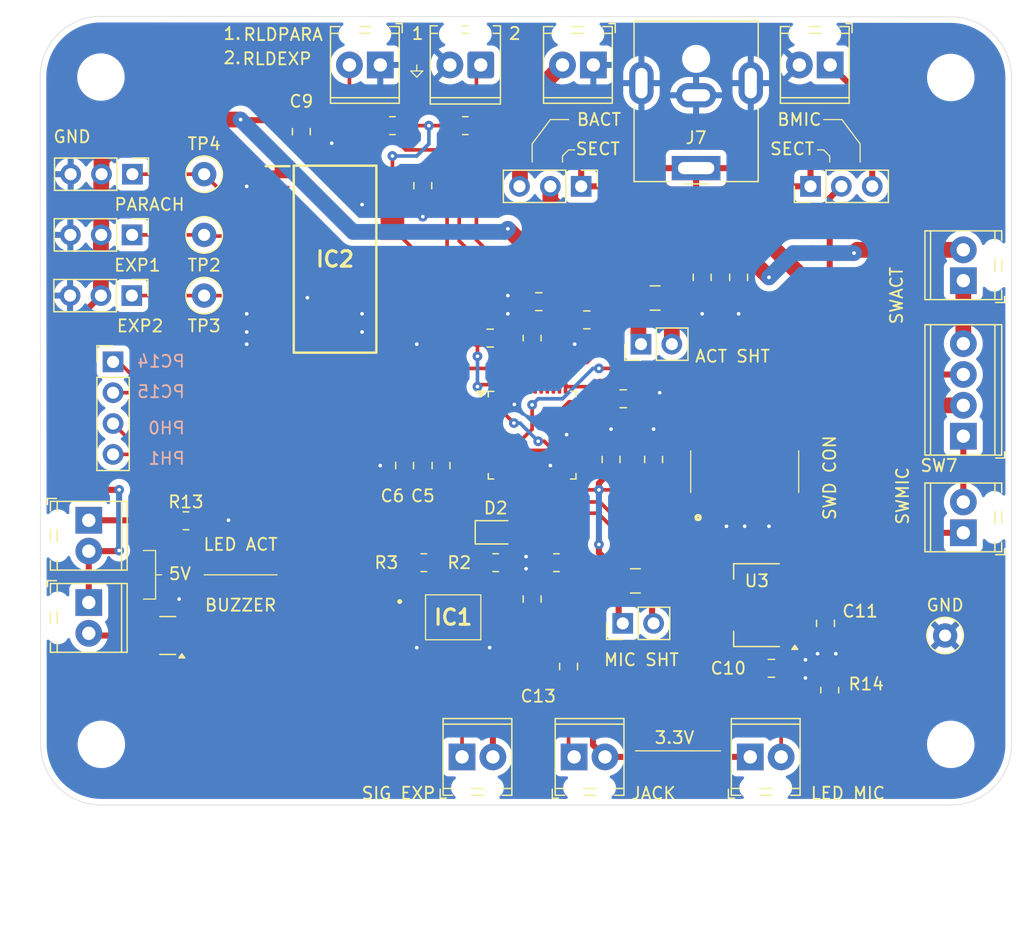
<source format=kicad_pcb>
(kicad_pcb (version 20241229) (generator "pcbnew") (generator_version "9.0")
  (layers (0 "F.Cu" signal) (2 "B.Cu" power) (13 "F.Paste" user) (15 "B.Paste" user) (5 "F.SilkS" user "F.Silkscreen") (7 "B.SilkS" user "B.Silkscreen") (1 "F.Mask" user) (3 "B.Mask" user) (25 "Edge.Cuts" user))
  (net 0 "")
  (net 1 "GND")
  (net 2 "+3.3V")
  (net 3 "+5V")
  (net 4 "Net-(SW3-A)")
  (net 5 "/LAUNCH_SIG")
  (net 6 "+3.3VEXP")
  (net 7 "/RLD_EXP")
  (net 8 "/RLD_PARA")
  (net 9 "Net-(D2-K)")
  (net 10 "/LED_SEQ")
  (net 11 "Net-(IC1-A)")
  (net 12 "Net-(IC1-VO)")
  (net 13 "/PWM1_EXP33")
  (net 14 "/PWM1_EXP5")
  (net 15 "/PWM_PARACHT5")
  (net 16 "/PWM2_EXP5")
  (net 17 "/PWM2_EXP33")
  (net 19 "/SWD_IO")
  (net 20 "/NRST")
  (net 21 "unconnected-(J1-Pad9)")
  (net 22 "/LPUART1_RX")
  (net 24 "/LPUART1_TX")
  (net 27 "/SWD_CLK")
  (net 28 "Net-(J3-Pin_1)")
  (net 29 "Net-(J3-Pin_2)")
  (net 30 "Net-(J4-Pin_2)")
  (net 31 "Net-(J4-Pin_1)")
  (net 32 "Net-(JP1-C)")
  (net 33 "VBATACT")
  (net 34 "VSECT5")
  (net 35 "Net-(JP2-C)")
  (net 36 "VBATMIC")
  (net 37 "Net-(LS1--)")
  (net 38 "/BUZZER")
  (net 39 "/EXP_START")
  (net 40 "Net-(U1-BOOT0)")
  (net 41 "Net-(U3-VO)")
  (net 42 "Net-(SW3-B)")
  (net 43 "Net-(SW6-B)")
  (net 44 "/SPI1_MISO")
  (net 46 "/ADC_IN1")
  (net 48 "/ADC_IN2")
  (net 49 "/SPI1_SCK")
  (net 52 "/SPI1_NSS")
  (net 55 "/SPI1_MOSI")
  (net 59 "/ADC_IN0")
  (net 60 "/PWM_PARACHT33")
  (net 61 "Net-(SW1-A)")
  (net 62 "Net-(D4-K)")
  (net 66 "Net-(D3-K)")
  (net 69 "/PH1")
  (net 70 "/PC14")
  (net 71 "/PH0")
  (net 72 "/PC15")
  (net 73 "Net-(SW6-A)")
  (footprint "Package_QFP:LQFP-48_7x7mm_P0.5mm" (layer "F.Cu") (at 134.5 78.5)
    (property "Reference" "U1" (hide yes))
    (property "Value" "STM32L010C6T6R")
  )
  (footprint "TestPoint:TestPoint_Loop_D1.80mm_Drill1.0mm_Beaded" (layer "F.Cu") (at 168.5 95)
    (property "Reference" "GND")
    (property "Value" "TestPoint" (hide yes))
  )
  (footprint "Capacitor_SMD:C_0805_2012Metric" (layer "F.Cu") (at 139 69)
    (property "Reference" "C23" (hide yes))
    (property "Value" "10n")
  )
  (footprint "Resistor_SMD:R_0805_2012Metric" (layer "F.Cu") (at 136.5 89)
    (property "Reference" "R11" (hide yes))
    (property "Value" "5.6k")
  )
  (footprint "Capacitor_SMD:C_0805_2012Metric" (layer "F.Cu") (at 124 81 90)
    (property "Reference" "C6")
    (property "Value" "1u")
  )
  (footprint "TerminalBlock_Phoenix:TerminalBlock_Phoenix_MPT-0,5-2-2.54_1x02_P2.54mm_Horizontal" (layer "F.Cu") (at 128.73 105)
    (property "Reference" "SIG EXP")
    (property "Value" "Conn_01x02_Pin" (hide yes))
  )
  (footprint "Connector_BarrelJack:BarrelJack_CUI_PJ-063AH_Horizontal" (layer "F.Cu") (at 148 56.5 180)
    (property "Reference" "J7")
    (property "Value" "Jack-DC")
  )
  (footprint "Capacitor_SMD:C_0805_2012Metric" (layer "F.Cu") (at 158.65 94 -90)
    (property "Reference" "C11")
    (property "Value" "100n")
  )
  (footprint "MountingHole:MountingHole_3.2mm_M3" (layer "F.Cu") (at 168.964466 103.964466)
    (property "Reference" "H3" (hide yes))
    (property "Value" "MountingHole")
  )
  (footprint "TerminalBlock_Phoenix:TerminalBlock_Phoenix_MPT-0,5-2-2.54_1x02_P2.54mm_Horizontal" (layer "F.Cu") (at 152.46 105)
    (property "Reference" "LED MIC")
    (property "Value" "GREEN")
  )
  (footprint "Connector_PinHeader_2.54mm:PinHeader_1x02_P2.54mm_Vertical" (layer "F.Cu") (at 141.96 94 90)
    (property "Reference" "MIC SHT")
    (property "Value" "Conn_01x02_Pin" (hide yes))
  )
  (footprint "Connector_PinHeader_2.54mm:PinHeader_1x03_P2.54mm_Vertical" (layer "F.Cu") (at 101.54 67 -90)
    (property "Reference" "EXP2")
    (property "Value" "SERVO-MOTOR" (hide yes))
  )
  (footprint "TerminalBlock_Phoenix:TerminalBlock_Phoenix_MPT-0,5-2-2.54_1x02_P2.54mm_Horizontal" (layer "F.Cu") (at 98 92.28 -90)
    (property "Reference" "BUZZER")
    (property "Value" "CMI-1210-90-SMT-TR")
  )
  (footprint "Resistor_SMD:R_0805_2012Metric" (layer "F.Cu") (at 129 53)
    (property "Reference" "R15" (hide yes))
    (property "Value" "5.6k")
  )
  (footprint "Capacitor_SMD:C_0805_2012Metric" (layer "F.Cu") (at 141 80.5 90)
    (property "Reference" "C3" (hide yes))
    (property "Value" "100n")
  )
  (footprint "Connector_PinHeader_2.54mm:PinHeader_1x04_P2.54mm_Vertical" (layer "F.Cu") (at 100 72.46)
    (property "Reference" "PC14-15" (hide yes))
    (property "Value" "Conn_01x04_Pin")
  )
  (footprint "Resistor_SMD:R_0805_2012Metric" (layer "F.Cu") (at 131.5 89)
    (property "Reference" "R2")
    (property "Value" "1k")
  )
  (footprint "Capacitor_SMD:C_0805_2012Metric" (layer "F.Cu") (at 135.05 67.5 180)
    (property "Reference" "C22" (hide yes))
    (property "Value" "10n")
  )
  (footprint "Resistor_SMD:R_0805_2012Metric" (layer "F.Cu") (at 106 85.55)
    (property "Reference" "R13")
    (property "Value" "1k")
  )
  (footprint "Resistor_SMD:R_Shunt_Ohmite_LVK12" (layer "F.Cu") (at 143 90.5 -90)
    (property "Reference" "R12" (hide yes))
    (property "Value" "R_Shunt" (hide yes))
  )
  (footprint "Capacitor_SMD:C_0805_2012Metric" (layer "F.Cu") (at 127 81 90)
    (property "Reference" "C5")
    (property "Value" "10n")
  )
  (footprint "TestPoint:TestPoint_Loop_D1.80mm_Drill1.0mm_Beaded" (layer "F.Cu") (at 107.5 62)
    (property "Reference" "TP2")
    (property "Value" "TestPoint")
  )
  (footprint "TerminalBlock_Phoenix:TerminalBlock_Phoenix_MPT-0,5-2-2.54_1x02_P2.54mm_Horizontal" (layer "F.Cu") (at 170 65.77 90)
    (property "Reference" "SWACT")
    (property "Value" "INTER_ACT")
  )
  (footprint "TerminalBlock_Phoenix:TerminalBlock_Phoenix_MPT-0,5-2-2.54_1x02_P2.54mm_Horizontal" (layer "F.Cu") (at 139.54 48 180)
    (property "Reference" "BACT")
    (property "Value" "Conn_01x02_Pin")
  )
  (footprint "Capacitor_SMD:C_0805_2012Metric" (layer "F.Cu") (at 134.5 92 90)
    (property "Reference" "C14" (hide yes))
    (property "Value" "0.1u")
  )
  (footprint "Capacitor_SMD:C_0805_2012Metric" (layer "F.Cu") (at 148.5 65.5 -90)
    (property "Reference" "C12" (hide yes))
    (property "Value" "10u")
  )
  (footprint "Capacitor_SMD:C_0805_2012Metric" (layer "F.Cu") (at 125.5 57.95 -90)
    (property "Reference" "C7" (hide yes))
    (property "Value" "0.1u")
  )
  (footprint "Capacitor_SMD:C_0805_2012Metric" (layer "F.Cu") (at 137.5 97.55 90)
    (property "Reference" "C13")
    (property "Value" "10n")
  )
  (footprint "Connector_PinHeader_2.54mm:PinHeader_1x03_P2.54mm_Vertical" (layer "F.Cu") (at 101.565 62 -90)
    (property "Reference" "EXP1")
    (property "Value" "SERVO-MOTOR" (hide yes))
  )
  (footprint "Capacitor_SMD:C_0805_2012Metric" (layer "F.Cu") (at 154.2 97.7)
    (property "Reference" "C10")
    (property "Value" "10u")
  )
  (footprint "MountingHole:MountingHole_3.2mm_M3" (layer "F.Cu") (at 99 49)
    (property "Reference" "H1" (hide yes))
    (property "Value" "MountingHole")
  )
  (footprint "Capacitor_SMD:C_0805_2012Metric" (layer "F.Cu") (at 142 75.5)
    (property "Reference" "C1" (hide yes))
    (property "Value" "100n")
  )
  (footprint "Connector_PinHeader_2.54mm:PinHeader_1x03_P2.54mm_Vertical" (layer "F.Cu") (at 138.54 58 -90)
    (property "Reference" "JP1" (hide yes))
    (property "Value" "Jumper_3_Bridged12")
  )
  (footprint "TestPoint:TestPoint_Loop_D1.80mm_Drill1.0mm_Beaded" (layer "F.Cu") (at 107.5 67)
    (property "Reference" "TP3")
    (property "Value" "TestPoint")
  )
  (footprint "Connector_PinHeader_2.54mm:PinHeader_1x03_P2.54mm_Vertical" (layer "F.Cu") (at 101.59 57 -90)
    (property "Reference" "PARACH")
    (property "Value" "SERVO-MOTOR" (hide yes))
  )
  (footprint "Capacitor_SMD:C_0805_2012Metric" (layer "F.Cu") (at 151.5 65.5 -90)
    (property "Reference" "C16" (hide yes))
    (property "Value" "100n")
  )
  (footprint "Connector_PinHeader_2.54mm:PinHeader_1x03_P2.54mm_Vertical" (layer "F.Cu") (at 157.42 58 90)
    (property "Reference" "JP2" (hide yes))
    (property "Value" "Jumper_3_Bridged12")
  )
  (footprint "TerminalBlock_Phoenix:TerminalBlock_Phoenix_MPT-0,5-2-2.54_1x02_P2.54mm_Horizontal" (layer "F.Cu") (at 98 85.51 -90)
    (property "Reference" "LED ACT")
    (property "Value" "GREEN")
  )
  (footprint "TerminalBlock_Phoenix:TerminalBlock_Phoenix_MPT-0,5-2-2.54_1x02_P2.54mm_Horizontal" (layer "F.Cu") (at 159.04 48 180)
    (property "Reference" "BMIC")
    (property "Value" "Conn_01x02_Pin")
  )
  (footprint "Resistor_SMD:R_0805_2012Metric" (layer "F.Cu") (at 134.5 70.5 -90)
    (property "Reference" "R7" (hide yes))
    (property "Value" "10k")
  )
  (footprint "Package_TO_SOT_SMD:SOT-23" (layer "F.Cu") (at 104.5 95 180)
    (property "Reference" "Q1" (hide yes))
    (property "Value" "BS170F")
  )
  (footprint "ISA LIB:TLX9310" (layer "F.Cu") (at 128 93.5)
    (property "Reference" "IC1")
    (property "Value" "TLX9310_TPL,F" (hide yes))
  )
  (footprint "LED_SMD:LED_0805_2012Metric" (layer "F.Cu") (at 131.5 86.5)
    (property "Reference" "D2")
    (property "Value" "GREEN")
  )
  (footprint "TerminalBlock_Phoenix:TerminalBlock_Phoenix_MPT-0,5-2-2.54_1x02_P2.54mm_Horizontal" (layer "F.Cu") (at 137.96 105)
    (property "Reference" "JACK")
    (property "Value" "PRISE JACK")
  )
  (footprint "TestPoint:TestPoint_Loop_D1.80mm_Drill1.0mm_Beaded" (layer "F.Cu") (at 107.5 57)
    (property "Reference" "TP4")
    (property "Value" "TestPoint")
  )
  (footprint "Package_TO_SOT_SMD:SOT-223-3_TabPin2" (layer "F.Cu") (at 153 92.5 180)
    (property "Reference" "U3")
    (property "Value" "LD1117S33TR_SOT223")
  )
  (footprint "Resistor_SMD:R_0805_2012Metric" (layer "F.Cu") (at 123 53 180)
    (property "Reference" "R10" (hide yes))
    (property "Value" "5.6k")
  )
  (footprint "Capacitor_SMD:C_0805_2012Metric" (layer "F.Cu") (at 115.5 53.5 -90)
    (property "Reference" "C9")
    (property "Value" "0.1u")
  )
  (footprint "ISA LIB:FTSH-107-XX-YYY-DV-K-A" (layer "F.Cu") (at 152 81.5)
    (property "Reference" "SWD CON")
    (property "Value" "FTSH-107-01-L-DV-K-A" (hide yes))
  )
  (footprint "TerminalBlock_Phoenix:TerminalBlock_Phoenix_MPT-0,5-2-2.54_1x02_P2.54mm_Horizontal" (layer "F.Cu") (at 122 48 180)
    (property "Reference" "RLDPARA")
    (property "Value" "BP2")
  )
  (footprint "MountingHole:MountingHole_3.2mm_M3" (layer "F.Cu") (at 168.964466 49.035534)
    (property "Reference" "H2" (hide yes))
    (property "Value" "MountingHole")
  )
  (footprint "Capacitor_SMD:C_0805_2012Metric" (layer "F.Cu") (at 144.5 80.5 90)
    (property "Reference" "C4" (hide yes))
    (property "Value" "10u")
  )
  (footprint "TerminalBlock_Phoenix:TerminalBlock_Phoenix_MPT-0,5-4-2.54_1x04_P2.54mm_Horizontal" (layer "F.Cu") (at 170 78.58 90)
    (property "Reference" "SW7")
    (property "Value" "INTER_GENERAL")
  )
  (footprint "ISA LIB:SN74LVC4345ADW" (layer "F.Cu") (at 118.275 64)
    (property "Reference" "IC2")
    (property "Value" "SN74LVC4245ADW" (hide yes))
  )
  (footprint "Resistor_SMD:R_0805_2012Metric" (layer "F.Cu") (at 125.5875 89 180)
    (property "Reference" "R3")
    (property "Value" "430")
  )
  (footprint "Capacitor_SMD:C_0805_2012Metric" (layer "F.Cu") (at 131.05 70.5)
    (property "Reference" "C2" (hide yes))
    (property "Value" "100n")
  )
  (footprint "MountingHole:MountingHole_3.2mm_M3" (layer "F.Cu") (at 99.035534 103.964466)
    (property "Reference" "H4" (hide yes))
    (property "Value" "MountingHole")
  )
  (footprint "TerminalBlock_Phoenix:TerminalBlock_Phoenix_MPT-0,5-2-2.54_1x02_P2.54mm_Horizontal" (layer "F.Cu") (at 130.27 48 180)
    (property "Reference" "RLDEXP")
    (property "Value" "BP1")
  )
  (footprint "Resistor_SMD:R_Shunt_Ohmite_LVK12" (layer "F.Cu") (at 144.625 67.2 -90)
    (property "Reference" "R8" (hide yes))
    (property "Value" "R_Shunt" (hide yes))
  )
  (footprint "Connector_PinHeader_2.54mm:PinHeader_1x02_P2.54mm_Vertical" (layer "F.Cu") (at 143.46 71 90)
    (property "Reference" "ACT SHT")
    (property "Value" "Conn_01x02_Pin" (hide yes))
  )
  (footprint "Resistor_SMD:R_0805_2012Metric" (layer "F.Cu") (at 159 99.5 90)
    (property "Reference" "R14")
    (property "Value" "1k")
  )
  (footprint "TerminalBlock_Phoenix:TerminalBlock_Phoenix_MPT-0,5-2-2.54_1x02_P2.54mm_Horizontal" (layer "F.Cu") (at 170 86.54 90)
    (property "Reference" "SWMIC")
    (property "Value" "INTER_MIC")
  )
  (gr_line (start 160 52.5) (end 161.5 54.5) (stroke (width 0.1)) (layer "F.SilkS"))
  (gr_line (start 103.5 88) (end 103.5 92) (stroke (width 0.1)) (layer "F.SilkS"))
  (gr_line (start 159 56) (end 159 55.5) (stroke (width 0.1)) (layer "F.SilkS"))
  (gr_line (start 107.5 90) (end 113.5 90) (stroke (width 0.1)) (layer "F.SilkS"))
  (gr_line (start 137 55.5) (end 137 56) (stroke (width 0.1)) (layer "F.SilkS"))
  (gr_line (start 161.5 54.5) (end 161.5 56) (stroke (width 0.1)) (layer "F.SilkS"))
  (gr_line (start 102.5 88) (end 103.5 88) (stroke (width 0.1)) (layer "F.SilkS"))
  (gr_line (start 138 55) (end 137.5 55) (stroke (width 0.1)) (layer "F.SilkS"))
  (gr_line (start 125 49) (end 125.5 48.5) (stroke (width 0.1)) (layer "F.SilkS"))
  (gr_line (start 124.5 48.5) (end 125 49) (stroke (width 0.1)) (layer "F.SilkS"))
  (gr_line (start 159 55.5) (end 158.5 55) (stroke (width 0.1)) (layer "F.SilkS"))
  (gr_line (start 137.5 55) (end 137 55.5) (stroke (width 0.1)) (layer "F.SilkS"))
  (gr_line (start 158.5 52.5) (end 160 52.5) (stroke (width 0.1)) (layer "F.SilkS"))
  (gr_line (start 125 48.5) (end 125 48) (stroke (width 0.1)) (layer "F.SilkS"))
  (gr_line (start 137.5 52.5) (end 136 52.5) (stroke (width 0.1)) (layer "F.SilkS"))
  (gr_line (start 158.5 55) (end 158 55) (stroke (width 0.1)) (layer "F.SilkS"))
  (gr_line (start 103.5 92) (end 102.5 92) (stroke (width 0.1)) (layer "F.SilkS"))
  (gr_line (start 136 52.5) (end 134.5 54.5) (stroke (width 0.1)) (layer "F.SilkS"))
  (gr_line (start 134.5 54.5) (end 134.5 56) (stroke (width 0.1)) (layer "F.SilkS"))
  (gr_line (start 124.5 48.5) (end 125.5 48.5) (stroke (width 0.1)) (layer "F.SilkS"))
  (gr_line (start 103.5 90) (end 104 90) (stroke (width 0.1)) (layer "F.SilkS"))
  (gr_line (start 143 104.5) (end 150 104.5) (stroke (width 0.1)) (layer "F.SilkS"))
  (gr_line (start 94 49) (end 94.035534 103.964466) (stroke (width 0.05)) (layer "Edge.Cuts"))
  (gr_line (start 168.964466 44.035534) (end 99 44) (stroke (width 0.05)) (layer "Edge.Cuts"))
  (gr_line (start 99.0355 108.964466) (end 168.9645 108.964466) (stroke (width 0.05)) (layer "Edge.Cuts"))
  (gr_arc (start 94 49) (mid 95.464466 45.464466) (end 99 44) (stroke (width 0.05)) (layer "Edge.Cuts"))
  (gr_line (start 173.964466 103.964466) (end 173.964466 49.035534) (stroke (width 0.05)) (layer "Edge.Cuts"))
  (gr_arc (start 168.964466 44.035534) (mid 172.5 45.5) (end 173.964466 49.035534) (stroke (width 0.05)) (layer "Edge.Cuts"))
  (gr_arc (start 173.964466 103.964466) (mid 172.5 107.5) (end 168.964466 108.964466) (stroke (width 0.05)) (layer "Edge.Cuts"))
  (gr_arc (start 99.035534 108.964466) (mid 95.5 107.5) (end 94.035534 103.964466) (stroke (width 0.05)) (layer "Edge.Cuts"))
  (gr_text "1.\n" (at 109 46 0) (layer "F.SilkS") (effects (font (size 1 1)) (justify left bottom)))
  (gr_text "SECT" (at 154 55.5 0) (layer "F.SilkS") (effects (font (size 1 1)) (justify left bottom)))
  (gr_text "SECT" (at 138 55.5 0) (layer "F.SilkS") (effects (font (size 1 1)) (justify left bottom)))
  (gr_text "GND\n" (at 95 54.5 0) (layer "F.SilkS") (effects (font (size 1 1)) (justify left bottom)))
  (gr_text "3.3V\n" (at 144.5 104 0) (layer "F.SilkS") (effects (font (size 1 1)) (justify left bottom)))
  (gr_text "1" (at 124.5 46 0) (layer "F.SilkS") (effects (font (size 1 1)) (justify left bottom)))
  (gr_text "2.\n" (at 109 48 0) (layer "F.SilkS") (effects (font (size 1 1)) (justify left bottom)))
  (gr_text "5V" (at 104.5 90.5 0) (layer "F.SilkS") (effects (font (size 1 1)) (justify left bottom)))
  (gr_text "2" (at 132.5 46 0) (layer "F.SilkS") (effects (font (size 1 1)) (justify left bottom)))
  (gr_text "PH0\n" (at 106 78.5 0) (layer "B.SilkS") (effects (font (size 1 1)) (justify left bottom mirror)))
  (gr_text "PH1\n" (at 106 81 0) (layer "B.SilkS") (effects (font (size 1 1)) (justify left bottom mirror)))
  (gr_text "PC14" (at 106 73 0) (layer "B.SilkS") (effects (font (size 1 1)) (justify left bottom mirror)))
  (gr_text "PC15" (at 106 75.5 0) (layer "B.SilkS") (effects (font (size 1 1)) (justify left bottom mirror)))
  (segment (start 115.5 54.45) (end 118 54.45) (width 0.3) (layer "F.Cu") (net 1))
  (segment (start 138.05 69) (end 138.05 70.95) (width 0.3) (layer "F.Cu") (net 1))
  (segment (start 136.75 81.75) (end 136.75 82.6625) (width 0.3) (layer "F.Cu") (net 1))
  (segment (start 125 71) (end 124.985 70.985) (width 0.3) (layer "F.Cu") (net 1))
  (segment (start 105.4375 94.05) (end 105.4375 92) (width 0.5) (layer "F.Cu") (net 1))
  (segment (start 152 83.535) (end 152 86) (width 0.3) (layer "F.Cu") (net 1))
  (segment (start 137.337917 76.662083) (end 137.75 76.25) (width 0.3) (layer "F.Cu") (net 1))
  (segment (start 137.337917 78.456417) (end 137.337917 76.662083) (width 0.3) (layer "F.Cu") (net 1))
  (segment (start 111.015 70.985) (end 111 71) (width 0.3) (layer "F.Cu") (net 1))
  (segment (start 125.5 58.9) (end 125.5 60.5) (width 0.3) (layer "F.Cu") (net 1))
  (segment (start 127 80.05) (end 127.45 80.05) (width 0.3) (layer "F.Cu") (net 1))
  (segment (start 154.54 85.46) (end 154 86) (width 0.3) (layer "F.Cu") (net 1))
  (segment (start 138.05 70.95) (end 138 71) (width 0.3) (layer "F.Cu") (net 1))
  (segment (start 141 79.55) (end 141 78) (width 0.5) (layer "F.Cu") (net 1))
  (segment (start 111.285 69.715) (end 111 70) (width 0.3) (layer "F.Cu") (net 1))
  (segment (start 133.03594 75.96406) (end 133.07188 76) (width 0.3) (layer "F.Cu") (net 1))
  (segment (start 127.45 80.05) (end 128.251 79.249) (width 0.3) (layer "F.Cu") (net 1))
  (segment (start 111.055 68.445) (end 113.55 68.445) (width 0.3) (layer "F.Cu") (net 1))
  (segment (start 144.5 79.55) (end 144.5 78) (width 0.5) (layer "F.Cu") (net 1))
  (segment (start 123 68.445) (end 120.555 68.445) (width 0.3) (layer "F.Cu") (net 1))
  (segment (start 123 59.555) (end 120.555 59.555) (width 0.3) (layer "F.Cu") (net 1))
  (segment (start 148.5 66.45) (end 148.5 68.5) (width 1.3) (layer "F.Cu") (net 1))
  (segment (start 130.3375 79.25) (end 128.252 79.25) (width 0.3) (layer "F.Cu") (net 1))
  (segment (start 123 69.715) (end 120.785 69.715) (width 0.3) (layer "F.Cu") (net 1))
  (segment (start 122 81) (end 122.95 80.05) (width 0.3) (layer "F.Cu") (net 1))
  (segment (start 151.5 66.45) (end 151.5 68.5) (width 1.3) (layer "F.Cu") (net 1))
  (segment (start 143.45 75) (end 145 75) (width 0.3) (layer "F.Cu") (net 1))
  (segment (start 132.25 74.3375) (end 132.25 75.17812) (width 0.3) (layer "F.Cu") (net 1))
  (segment (start 150.73 85.77) (end 150.5 86) (width 0.3) (layer "F.Cu") (net 1))
  (segment (start 154.54 83.535) (end 154.54 85.46) (width 0.3) (layer "F.Cu") (net 1))
  (segment (start 113.55 70.985) (end 111.015 70.985) (width 0.3) (layer "F.Cu") (net 1))
  (segment (start 137.75 76.25) (end 138.6625 76.25) (width 0.3) (layer "F.Cu") (net 1))
  (segment (start 116 67.175) (end 113.55 67.175) (width 0.3) (layer "F.Cu") (net 1))
  (segment (start 124.985 70.985) (end 123 70.985) (width 0.3) (layer "F.Cu") (net 1))
  (segment (start 127 80.05) (end 124 80.05) (width 0.3) (layer "F.Cu") (net 1))
  (segment (start 124.85 95.85) (end 125 96) (width 0.3) (layer "F.Cu") (net 1))
  (segment (start 131.15 95.85) (end 131 96) (width 0.3) (layer "F.Cu") (net 1))
  (segment (start 120.785 69.715) (end 120.5 70) (width 0.3) (layer "F.Cu") (net 1))
  (segment (start 113.55 58.285) (end 111.285 58.285) (width 0.3) (layer "F.Cu") (net 1))
  (segment (start 109.45 85.55) (end 109.5 85.5) (width 0.5) (layer "F.Cu") (net 1))
  (segment (start 120.555 68.445) (end 120.5 68.5) (width 0.3) (layer "F.Cu") (net 1))
  (segment (start 120.555 59.555) (end 120.5 59.5) (width 0.3) (layer "F.Cu") (net 1))
  (segment (start 142.95 75.5) (end 143.45 75) (width 0.3) (layer "F.Cu") (net 1))
  (segment (start 111.285 58.285) (end 111 58) (width 0.3) (layer "F.Cu") (net 1))
  (segment (start 124.85 94.77) (end 124.85 95.85) (width 0.3) (layer "F.Cu") (net 1))
  (segment (start 128.252 79.25) (end 128.251 79.249) (width 0.3) (layer "F.Cu") (net 1))
  (segment (start 131.15 94.77) (end 131.15 95.85) (width 0.3) (layer "F.Cu") (net 1))
  (segment (start 106.9125 85.55) (end 109.45 85.55) (width 0.5) (layer "F.Cu") (net 1))
  (segment (start 150.73 83.535) (end 150.73 85.77) (width 0.3) (layer "F.Cu") (net 1))
  (segment (start 111 68.5) (end 111.055 68.445) (width 0.3) (layer "F.Cu") (net 1))
  (segment (start 122.95 80.05) (end 124 80.05) (width 0.3) (layer "F.Cu") (net 1))
  (segment (start 113.55 69.715) (end 111.285 69.715) (width 0.3) (layer "F.Cu") (net 1))
  (segment (start 136 81) (end 136.75 81.75) (width 0.3) (layer "F.Cu") (net 1))
  (segment (start 132.25 75.17812) (end 133.03594 75.96406) (width 0.3) (layer "F.Cu") (net 1))
  (via (at 144.5 78) (size 0.8) (drill 0.3) (layers "F.Cu" "B.Cu") (net 1))
  (via (at 120.5 68.5) (size 0.8) (drill 0.3) (layers "F.Cu" "B.Cu") (net 1))
  (via (at 157 97) (size 0.8) (drill 0.3) (layers "F.Cu" "B.Cu") (net 1))
  (via (at 125 71) (size 0.8) (drill 0.3) (layers "F.Cu" "B.Cu") (net 1))
  (via (at 111 71) (size 0.8) (drill 0.3) (layers "F.Cu" "B.Cu") (net 1))
  (via (at 125.5 60.5) (size 0.8) (drill 0.3) (layers "F.Cu" "B.Cu") (net 1))
  (via (at 151.5 68.5) (size 0.8) (drill 0.3) (layers "F.Cu" "B.Cu") (net 1))
  (via (at 120.5 59.5) (size 0.8) (drill 0.3) (layers "F.Cu" "B.Cu") (net 1))
  (via (at 138 71) (size 0.8) (drill 0.3) (layers "F.Cu" "B.Cu") (net 1))
  (via (at 109.5 85.5) (size 0.8) (drill 0.3) (layers "F.Cu" "B.Cu") (net 1))
  (via (at 134 89.5) (size 0.8) (drill 0.3) (layers "F.Cu" "B.Cu") (net 1))
  (via (at 122 81) (size 0.8) (drill 0.3) (layers "F.Cu" "B.Cu") (net 1))
  (via (at 134 88.5) (size 0.8) (drill 0.3) (layers "F.Cu" "B.Cu") (net 1))
  (via (at 158 96.5) (size 0.8) (drill 0.3) (layers "F.Cu" "B.Cu") (net 1))
  (via (at 157 98.5) (size 0.8) (drill 0.3) (layers "F.Cu" "B.Cu") (net 1))
  (via (at 118 54.45) (size 0.8) (drill 0.3) (layers "F.Cu" "B.Cu") (net 1))
  (via (at 137.337917 78.456417) (size 0.8) (drill 0.3) (layers "F.Cu" "B.Cu") (net 1))
  (via (at 120.5 70) (size 0.8) (drill 0.3) (layers "F.Cu" "B.Cu") (net 1))
  (via (at 132.5 68.5) (size 0.8) (drill 0.3) (layers "F.Cu" "B.Cu") (net 1))
  (via (at 159.5 96.5) (size 0.8) (drill 0.3) (layers "F.Cu" "B.Cu") (net 1))
  (via (at 111 68.5) (size 0.8) (drill 0.3) (layers "F.Cu" "B.Cu") (net 1))
  (via (at 131 96) (size 0.8) (drill 0.3) (layers "F.Cu" "B.Cu") (net 1))
  (via (at 125 96) (size 0.8) (drill 0.3) (layers "F.Cu" "B.Cu") (net 1))
  (via (at 152 86) (size 0.8) (drill 0.3) (layers "F.Cu" "B.Cu") (net 1))
  (via (at 132.5 67) (size 0.8) (drill 0.3) (layers "F.Cu" "B.Cu") (net 1))
  (via (at 133.03594 75.96406) (size 0.8) (drill 0.3) (layers "F.Cu" "B.Cu") (net 1))
  (via (at 141 78) (size 0.8) (drill 0.3) (layers "F.Cu" "B.Cu") (net 1))
  (via (at 150.5 86) (size 0.8) (drill 0.3) (layers "F.Cu" "B.Cu") (net 1))
  (via (at 154 86) (size 0.8) (drill 0.3) (layers "F.Cu" "B.Cu") (net 1))
  (via (at 105.4375 92) (size 0.8) (drill 0.3) (layers "F.Cu" "B.Cu") (net 1))
  (via (at 145 75) (size 0.8) (drill 0.3) (layers "F.Cu" "B.Cu") (net 1))
  (via (at 111 58) (size 0.8) (drill 0.3) (layers "F.Cu" "B.Cu") (net 1))
  (via (at 116 67.175) (size 0.8) (drill 0.3) (layers "F.Cu" "B.Cu") (net 1))
  (via (at 136 81) (size 0.8) (drill 0.3) (layers "F.Cu" "B.Cu") (net 1))
  (via (at 111 70) (size 0.8) (drill 0.3) (layers "F.Cu" "B.Cu") (net 1))
  (via (at 148.5 68.5) (size 0.8) (drill 0.3) (layers "F.Cu" "B.Cu") (net 1))
  (segment (start 130.1 66.1) (end 130.1 70.5) (width 0.3) (layer "F.Cu") (net 2))
  (segment (start 140 88.175) (end 141.625 89.8) (width 0.5) (layer "F.Cu") (net 2))
  (segment (start 137.25 82.6625) (end 137.25 80.75) (width 0.3) (layer "F.Cu") (net 2))
  (segment (start 126.5 57) (end 127.5 58) (width 0.3) (layer "F.Cu") (net 2))
  (segment (start 141 83) (end 144 86) (width 0.3) (layer "F.Cu") (net 2))
  (segment (start 137.25 80.75) (end 136 79.5) (width 0.3) (layer "F.Cu") (net 2))
  (segment (start 137.5875 83) (end 137.25 82.6625) (width 0.3) (layer "F.Cu") (net 2))
  (segment (start 140 82.45) (end 141 81.45) (width 0.5) (layer "F.Cu") (net 2))
  (segment (start 127 81.95) (end 127 81.74688) (width 0.3) (layer "F.Cu") (net 2))
  (segment (start 139.511 90.987) (end 139.511 104.011) (width 0.5) (layer "F.Cu") (net 2))
  (segment (start 125.485 57.015) (end 125.5 57) (width 0.3) (layer "F.Cu") (net 2))
  (segment (start 127.5 63.5) (end 130.1 66.1) (width 0.3) (layer "F.Cu") (net 2))
  (segment (start 135.75 79.75) (end 136 79.5) (width 0.3) (layer "F.Cu") (net 2))
  (segment (start 125.5 57) (end 126.5 57) (width 0.3) (layer "F.Cu") (net 2))
  (segment (start 135.5 79) (end 136 79.5) (width 0.3) (layer "F.Cu") (net 2))
  (segment (start 149.46 84.732) (end 149.46 83.535) (width 0.3) (layer "F.Cu") (net 2))
  (segment (start 126 53) (end 128.0875 53) (width 0.3) (layer "F.Cu") (net 2))
  (segment (start 138.9125 75.5) (end 138.6625 75.75) (width 0.3) (layer "F.Cu") (net 2))
  (segment (start 131.75 76.25) (end 133 77.5) (width 0.3) (layer "F.Cu") (net 2))
  (segment (start 123 57.015) (end 123 55.5) (width 0.3) (layer "F.Cu") (net 2))
  (segment (start 140 83) (end 141 83) (width 0.3) (layer "F.Cu") (net 2))
  (segment (start 127.5 58) (end 127.5 63.5) (width 0.3) (layer "F.Cu") (net 2))
  (segment (start 127 81.95) (end 124 81.95) (width 0.3) (layer "F.Cu") (net 2))
  (segment (start 129.2 79.75) (end 127 81.95) (width 0.3) (layer "F.Cu") (net 2))
  (segment (start 126 53) (end 123.9125 53) (width 0.3) (layer "F.Cu") (net 2))
  (segment (start 144.5 81.45) (end 141 81.45) (width 0.5) (layer "F.Cu") (net 2))
  (segment (start 130.3375 79.75) (end 135.75 79.75) (width 0.3) (layer "F.Cu") (net 2))
  (segment (start 130 72) (end 130 70.6) (width 0.3) (layer "F.Cu") (net 2))
  (segment (start 130 70.6) (end 130.1 70.5) (width 0.3) (layer "F.Cu") (net 2))
  (segment (start 148.192 86) (end 149.46 84.732) (width 0.3) (layer "F.Cu") (net 2))
  (segment (start 140 83) (end 140 82.45) (width 0.5) (layer "F.Cu") (net 2))
  (segment (start 141.05 75.5) (end 138.9125 75.5) (width 0.3) (layer "F.Cu") (net 2))
  (segment (start 137.54148 75.75) (end 138.6625 75.75) (width 0.3) (layer "F.Cu") (net 2))
  (segment (start 140.5 105) (end 152.46 105) (width 0.5) (layer "F.Cu") (net 2))
  (segment (start 135 79) (end 135.5 79) (width 0.3) (layer "F.Cu") (net 2))
  (segment (start 140.698 89.8) (end 139.511 90.987) (width 0.5) (layer "F.Cu") (net 2))
  (segment (start 141.625 89.8) (end 140.698 89.8) (width 0.5) (layer "F.Cu") (net 2))
  (segment (start 140.8 75.75) (end 141.05 75.5) (width 0.3) (layer "F.Cu") (net 2))
  (segment (start 139.511 104.011) (end 140.5 105) (width 0.5) (layer "F.Cu") (net 2))
  (segment (start 140 83) (end 137.5875 83) (width 0.3) (layer "F.Cu") (net 2))
  (segment (start 130 71.1) (end 130.1 71) (width 0.3) (layer "F.Cu") (net 2))
  (segment (start 123 57.015) (end 125.485 57.015) (width 0.3) (layer "F.Cu") (net 2))
  (segment (start 131.75 74.3375) (end 130.1625 74.3375) (width 0.3) (layer "F.Cu") (net 2))
  (segment (start 136 79.5) (end 136 77.29148) (width 0.3) (layer "F.Cu") (net 2))
  (segment (start 144 86) (end 148.192 86) (width 0.3) (layer "F.Cu") (net 2))
  (segment (start 131.75 74.3375) (end 131.75 76.25) (width 0.3) (layer "F.Cu") (net 2))
  (segment (start 140 87.5) (end 140 88.175) (width 0.5) (layer "F.Cu") (net 2))
  (segment (start 123 58.285) (end 123 57.015) (width 0.3) (layer "F.Cu") (net 2))
  (segment (start 130.1625 74.3375) (end 130 74.5) (width 0.3) (layer "F.Cu") (net 2))
  (segment (start 136 77.29148) (end 137.54148 75.75) (width 0.3) (layer "F.Cu") (net 2))
  (segment (start 130.3375 79.75) (end 129.2 79.75) (width 0.3) (layer "F.Cu") (net 2))
  (via (at 130 72) (size 0.8) (drill 0.3) (layers "F.Cu" "B.Cu") (net 2))
  (via (at 123 55.5) (size 0.8) (drill 0.3) (layers "F.Cu" "B.Cu") (net 2))
  (via (at 130 74.5) (size 0.8) (drill 0.3) (layers "F.Cu" "B.Cu") (net 2))
  (via (at 126 53) (size 0.8) (drill 0.3) (layers "F.Cu" "B.Cu") (net 2))
  (via (at 135 79) (size 0.8) (drill 0.3) (layers "F.Cu" "B.Cu") (net 2))
  (via (at 140 87.5) (size 0.8) (drill 0.3) (layers "F.Cu" "B.Cu") (net 2))
  (via (at 140 83) (size 0.8) (drill 0.3) (layers "F.Cu" "B.Cu") (net 2))
  (via (at 133 77.5) (size 0.8) (drill 0.3) (layers "F.Cu" "B.Cu") (net 2))
  (segment (start 125 55.5) (end 126 54.5) (width 0.3) (layer "B.Cu") (net 2))
  (segment (start 140 87.5) (end 140 83) (width 0.5) (layer "B.Cu") (net 2))
  (segment (start 123 55.5) (end 125 55.5) (width 0.3) (layer "B.Cu") (net 2))
  (segment (start 133 77.5) (end 133.5 77.5) (width 0.3) (layer "B.Cu") (net 2))
  (segment (start 126 54.5) (end 126 53) (width 0.3) (layer "B.Cu") (net 2))
  (segment (start 130 74.5) (end 130 72) (width 0.3) (layer "B.Cu") (net 2))
  (segment (start 133.5 77.5) (end 135 79) (width 0.3) (layer "B.Cu") (net 2))
  (segment (start 98.05 88) (end 98 88.05) (width 0.5) (layer "F.Cu") (net 3))
  (segment (start 102.347919 52.5) (end 99.05 55.797919) (width 1.3) (layer "F.Cu") (net 3))
  (segment (start 110.5 52.5) (end 102.347919 52.5) (width 1.3) (layer "F.Cu") (net 3))
  (segment (start 99.025 62) (end 99.025 57.025) (width 1.3) (layer "F.Cu") (net 3))
  (segment (start 98 88.05) (end 100.45 88.05) (width 0.5) (layer "F.Cu") (net 3))
  (segment (start 111 52.5) (end 113.55 55.05) (width 0.5) (layer "F.Cu") (net 3))
  (segment (start 99 62.025) (end 99.025 62) (width 1.3) (layer "F.Cu") (net 3))
  (segment (start 115.5 52.55) (end 110.55 52.55) (width 0.5) (layer "F.Cu") (net 3))
  (segment (start 113.55 55.05) (end 113.55 57.015) (width 0.5) (layer "F.Cu") (net 3))
  (segment (start 114.95 52.5) (end 115 52.55) (width 0.5) (layer "F.Cu") (net 3))
  (segment (start 110.55 52.55) (end 110.5 52.5) (width 0.5) (layer "F.Cu") (net 3))
  (segment (start 98 88.05) (end 98 92.28) (width 0.5) (layer "F.Cu") (net 3))
  (segment (start 143.25 65.75) (end 140.5 63) (width 1.3) (layer "F.Cu") (net 3))
  (segment (start 96 82.5) (end 96.5 83) (width 0.5) (layer "F.Cu") (net 3))
  (segment (start 99 67) (end 96 70) (width 0.5) (layer "F.Cu") (net 3))
  (segment (start 96.5 83) (end 100.5 83) (width 0.5) (layer "F.Cu") (net 3))
  (segment (start 99 67) (end 99 62.025) (width 1.3) (layer "F.Cu") (net 3))
  (segment (start 96 70) (end 96 82.5) (width 0.5) (layer "F.Cu") (net 3))
  (segment (start 99.05 55.797919) (end 99.05 57) (width 1.3) (layer "F.Cu") (net 3))
  (segment (start 134 63) (end 132.5 61.5) (width 1.3) (layer "F.Cu") (net 3))
  (segment (start 110.5 52.5) (end 111 52.5) (width 0.5) (layer "F.Cu") (net 3))
  (segment (start 100.45 88.05) (end 100.5 88) (width 0.5) (layer "F.Cu") (net 3))
  (segment (start 143.25 66.399) (end 143.25 65.75) (width 1.3) (layer "F.Cu") (net 3))
  (segment (start 140.5 63) (end 134 63) (width 1.3) (layer "F.Cu") (net 3))
  (segment (start 99.025 57.025) (end 99.05 57) (width 1.3) (layer "F.Cu") (net 3))
  (via (at 100.5 88) (size 0.8) (drill 0.3) (layers "F.Cu" "B.Cu") (net 3))
  (via (at 132.5 61.5) (size 0.8) (drill 0.3) (layers "F.Cu" "B.Cu") (net 3))
  (via (at 100.5 83) (size 0.8) (drill 0.3) (layers "F.Cu" "B.Cu") (net 3))
  (via (at 110.5 52.5) (size 0.8) (drill 0.3) (layers "F.Cu" "B.Cu") (net 3))
  (segment (start 119.751 61.751) (end 110.5 52.5) (width 1.3) (layer "B.Cu") (net 3))
  (segment (start 100.5 88) (end 100.5 83) (width 0.5) (layer "B.Cu") (net 3))
  (segment (start 132.5 61.5) (end 132.249 61.751) (width 1.3) (layer "B.Cu") (net 3))
  (segment (start 132.249 61.751) (end 119.751 61.751) (width 1.3) (layer "B.Cu") (net 3))
  (segment (start 170 65.77) (end 170 70.96) (width 1.3) (layer "F.Cu") (net 4))
  (segment (start 137.5 96.6) (end 137.5 89.0875) (width 0.3) (layer "F.Cu") (net 5))
  (segment (start 137.5 89.4125) (end 137.4125 89.5) (width 0.3) (layer "F.Cu") (net 5))
  (segment (start 137.5 89.5875) (end 137.4125 89.5) (width 0.3) (layer "F.Cu") (net 5))
  (segment (start 137.4125 89) (end 137.5 88.9125) (width 0.3) (layer "F.Cu") (net 5))
  (segment (start 137.5 88.9125) (end 137.5 87) (width 0.3) (layer "F.Cu") (net 5))
  (segment (start 137.5 89.0875) (end 137.4125 89) (width 0.3) (layer "F.Cu") (net 5))
  (segment (start 137.5 87) (end 135.25 84.75) (width 0.3) (layer "F.Cu") (net 5))
  (segment (start 135.25 84.75) (end 135.25 82.6625) (width 0.3) (layer "F.Cu") (net 5))
  (segment (start 131.27 105) (end 131.27 99.705) (width 0.5) (layer "F.Cu") (net 6))
  (segment (start 134.5 96.475) (end 134.5 92.95) (width 0.5) (layer "F.Cu") (net 6))
  (segment (start 131.15 92.23) (end 133.78 92.23) (width 0.5) (layer "F.Cu") (net 6))
  (segment (start 131.27 99.705) (end 134.5 96.475) (width 0.5) (layer "F.Cu") (net 6))
  (segment (start 133.78 92.23) (end 134.5 92.95) (width 0.5) (layer "F.Cu") (net 6))
  (segment (start 129.9125 53) (end 129.9125 48.3575) (width 0.3) (layer "F.Cu") (net 7))
  (segment (start 132 64.5) (end 129.9125 62.4125) (width 0.3) (layer "F.Cu") (net 7))
  (segment (start 139.95 71.581037) (end 139.95 69) (width 0.3) (layer "F.Cu") (net 7))
  (segment (start 137.562074 72.5) (end 139.031037 72.5) (width 0.3) (layer "F.Cu") (net 7))
  (segment (start 136.75 73.312074) (end 137.562074 72.5) (width 0.3) (layer "F.Cu") (net 7))
  (segment (start 139.95 69) (end 139.95 67.95) (width 0.3) (layer "F.Cu") (net 7))
  (segment (start 136.75 74.3375) (end 136.75 73.312074) (width 0.3) (layer "F.Cu") (net 7))
  (segment (start 129.9125 62.4125) (end 129.9125 53) (width 0.3) (layer "F.Cu") (net 7))
  (segment (start 136.5 64.5) (end 132 64.5) (width 0.3) (layer "F.Cu") (net 7))
  (segment (start 129.9125 48.3575) (end 130.27 48) (width 0.3) (layer "F.Cu") (net 7))
  (segment (start 139.95 67.95) (end 136.5 64.5) (width 0.3) (layer "F.Cu") (net 7))
  (segment (start 139.031037 72.5) (end 139.95 71.581037) (width 0.3) (layer "F.Cu") (net 7))
  (segment (start 128.5 56.5) (end 127 55) (width 0.3) (layer "F.Cu") (net 8))
  (segment (start 136 66.5) (end 134.5 65) (width 0.3) (layer "F.Cu") (net 8))
  (segment (start 127 55) (end 124.0875 55) (width 0.3) (layer "F.Cu") (net 8))
  (segment (start 131 65) (end 128.5 62.5) (width 0.3) (layer "F.Cu") (net 8))
  (segment (start 122.0875 53) (end 119.46 50.3725) (width 0.3) (layer "F.Cu") (net 8))
  (segment (start 136 67.5) (end 136 66.5) (width 0.3) (layer "F.Cu") (net 8))
  (segment (start 136.25 73.25) (end 136 73) (width 0.3) (layer "F.Cu") (net 8))
  (segment (start 134.5 65) (end 131 65) (width 0.3) (layer "F.Cu") (net 8))
  (segment (start 124.0875 55) (end 122.0875 53) (width 0.3) (layer "F.Cu") (net 8))
  (segment (start 119.46 50.3725) (end 119.46 48) (width 0.3) (layer "F.Cu") (net 8))
  (segment (start 136.25 74.3375) (end 136.25 73.25) (width 0.3) (layer "F.Cu") (net 8))
  (segment (start 136 73) (end 136 67.5) (width 0.3) (layer "F.Cu") (net 8))
  (segment (start 128.5 62.5) (end 128.5 56.5) (width 0.3) (layer "F.Cu") (net 8))
  (segment (start 130.5625 86.5) (end 130.5625 88.975) (width 0.3) (layer "F.Cu") (net 9))
  (segment (start 130.5625 88.975) (end 130.5875 89) (width 0.3) (layer "F.Cu") (net 9))
  (segment (start 134.75 84.1875) (end 134.75 82.6625) (width 0.3) (layer "F.Cu") (net 10))
  (segment (start 132.4375 86.5) (end 134.75 84.1875) (width 0.3) (layer "F.Cu") (net 10))
  (segment (start 124.675 89) (end 124.675 92.055) (width 0.3) (layer "F.Cu") (net 11))
  (segment (start 124.675 92.055) (end 124.85 92.23) (width 0.3) (layer "F.Cu") (net 11))
  (segment (start 128.5 104.77) (end 128.73 105) (width 0.3) (layer "F.Cu") (net 12))
  (segment (start 128.73 105) (end 128.73 94.27) (width 0.3) (layer "F.Cu") (net 12))
  (segment (start 129.5 93.5) (end 131.15 93.5) (width 0.3) (layer "F.Cu") (net 12))
  (segment (start 128.73 94.27) (end 129.5 93.5) (width 0.3) (layer "F.Cu") (net 12))
  (segment (start 123.635 64.635) (end 127 68) (width 0.3) (layer "F.Cu") (net 13))
  (segment (start 129.25 75.75) (end 130.3375 75.75) (width 0.3) (layer "F.Cu") (net 13))
  (segment (start 123 64.635) (end 123.635 64.635) (width 0.3) (layer "F.Cu") (net 13))
  (segment (start 127 68) (end 127 73.5) (width 0.3) (layer "F.Cu") (net 13))
  (segment (start 127 73.5) (end 129.25 75.75) (width 0.3) (layer "F.Cu") (net 13))
  (segment (start 123 63.365) (end 123 64.635) (width 0.3) (layer "F.Cu") (net 13))
  (segment (start 113.55 62.095) (end 107.595 62.095) (width 0.3) (layer "F.Cu") (net 14))
  (segment (start 113.55 62.095) (end 113.55 63.365) (width 0.3) (layer "F.Cu") (net 14))
  (segment (start 107.5 62) (end 101.565 62) (width 0.3) (layer "F.Cu") (net 14))
  (segment (start 107.595 62.095) (end 107.5 62) (width 0.3) (layer "F.Cu") (net 14))
  (segment (start 110.055 59.555) (end 107.5 57) (width 0.3) (layer "F.Cu") (net 15))
  (segment (start 107.5 57) (end 101.59 57) (width 0.3) (layer "F.Cu") (net 15))
  (segment (start 113.55 59.555) (end 110.055 59.555) (width 0.3) (layer "F.Cu") (net 15))
  (segment (start 113.55 60.825) (end 113.55 59.555) (width 0.3) (layer "F.Cu") (net 15))
  (segment (start 109.405 67) (end 107.5 67) (width 0.3) (layer "F.Cu") (net 16))
  (segment (start 107.5 67) (end 101.54 67) (width 0.3) (layer "F.Cu") (net 16))
  (segment (start 110.5 65.905) (end 109.405 67) (width 0.3) (layer "F.Cu") (net 16))
  (segment (start 113.55 65.905) (end 110.5 65.905) (width 0.3) (layer "F.Cu") (net 16))
  (segment (start 113.55 64.635) (end 113.55 65.905) (width 0.3) (layer "F.Cu") (net 16))
  (segment (start 126 69.525) (end 126 73.5) (width 0.3) (layer "F.Cu") (net 17))
  (segment (start 123 67.175) (end 123.65 67.175) (width 0.3) (layer "F.Cu") (net 17))
  (segment (start 123 65.905) (end 123 67.175) (width 0.3) (layer "F.Cu") (net 17))
  (segment (start 126 73.5) (end 128.75 76.25) (width 0.3) (layer "F.Cu") (net 17))
  (segment (start 128.75 76.25) (end 130.3375 76.25) (width 0.3) (layer "F.Cu") (net 17))
  (segment (start 123.65 67.175) (end 126 69.525) (width 0.3) (layer "F.Cu") (net 17))
  (segment (start 138.6625 76.75) (end 139.75 76.75) (width 0.3) (layer "F.Cu") (net 19))
  (segment (start 149.46 78.46) (end 149.46 79.465) (width 0.3) (layer "F.Cu") (net 19))
  (segment (start 139.75 76.75) (end 140 77) (width 0.3) (layer "F.Cu") (net 19))
  (segment (start 148 77) (end 149.46 78.46) (width 0.3) (layer "F.Cu") (net 19))
  (segment (start 140 77) (end 148 77) (width 0.3) (layer "F.Cu") (net 19))
  (segment (start 133.75 78.75) (end 130.3375 78.75) (width 0.3) (layer "F.Cu") (net 20))
  (segment (start 134.5 78) (end 133.75 78.75) (width 0.3) (layer "F.Cu") (net 20))
  (segment (start 154.54 78.44) (end 154.54 79.465) (width 0.3) (layer "F.Cu") (net 20))
  (segment (start 149.1 73) (end 154.54 78.44) (width 0.3) (layer "F.Cu") (net 20))
  (segment (start 134.5 76) (end 134.5 78) (width 0.3) (layer "F.Cu") (net 20))
  (segment (start 140 73) (end 149.1 73) (width 0.3) (layer "F.Cu") (net 20))
  (via (at 140 73) (size 0.8) (drill 0.3) (layers "F.Cu" "B.Cu") (net 20))
  (via (at 134.5 76) (size 0.8) (drill 0.3) (layers "F.Cu" "B.Cu") (net 20))
  (segment (start 135 75.5) (end 137 75.5) (width 0.3) (layer "B.Cu") (net 20))
  (segment (start 139.5 73) (end 140 73) (width 0.3) (layer "B.Cu") (net 20))
  (segment (start 134.5 76) (end 135 75.5) (width 0.3) (layer "B.Cu") (net 20))
  (segment (start 137 75.5) (end 139.5 73) (width 0.3) (layer "B.Cu") (net 20))
  (segment (start 153.31 84.56) (end 153.31 83.535) (width 0.3) (layer "F.Cu") (net 21))
  (segment (start 155.81 85.375) (end 155.81 83.535) (width 0.3) (layer "F.Cu") (net 22))
  (segment (start 136.25 82.6625) (end 136.25 83.50312) (width 0.3) (layer "F.Cu") (net 22))
  (segment (start 140.07188 84) (end 143.07188 87) (width 0.3) (layer "F.Cu") (net 22))
  (segment (start 143.07188 87) (end 154.185 87) (width 0.3) (layer "F.Cu") (net 22))
  (segment (start 136.74688 84) (end 140.07188 84) (width 0.3) (layer "F.Cu") (net 22))
  (segment (start 154.185 87) (end 155.81 85.375) (width 0.3) (layer "F.Cu") (net 22))
  (segment (start 136.25 83.50312) (end 136.74688 84) (width 0.3) (layer "F.Cu") (net 22))
  (segment (start 157.5 81.155) (end 155.81 79.465) (width 0.3) (layer "F.Cu") (net 24))
  (segment (start 135.75 84.25) (end 136.425 84.925) (width 0.3) (layer "F.Cu") (net 24))
  (segment (start 143 88) (end 155.5 88) (width 0.3) (layer "F.Cu") (net 24))
  (segment (start 155.5 88) (end 157.5 86) (width 0.3) (layer "F.Cu") (net 24))
  (segment (start 157.5 86) (end 157.5 81.155) (width 0.3) (layer "F.Cu") (net 24))
  (segment (start 139.925 84.925) (end 143 88) (width 0.3) (layer "F.Cu") (net 24))
  (segment (start 136.425 84.925) (end 139.925 84.925) (width 0.3) (layer "F.Cu") (net 24))
  (segment (start 135.75 82.6625) (end 135.75 84.25) (width 0.3) (layer "F.Cu") (net 24))
  (segment (start 146.29 74) (end 150.73 78.44) (width 0.3) (layer "F.Cu") (net 27))
  (segment (start 137.25 74.3375) (end 137.4125 74.5) (width 0.3) (layer "F.Cu") (net 27))
  (segment (start 140 74) (end 146.29 74) (width 0.3) (layer "F.Cu") (net 27))
  (segment (start 137.4125 74.5) (end 139.5 74.5) (width 0.3) (layer "F.Cu") (net 27))
  (segment (start 150.73 78.44) (end 150.73 79.465) (width 0.3) (layer "F.Cu") (net 27))
  (segment (start 139.5 74.5) (end 140 74) (width 0.3) (layer "F.Cu") (net 27))
  (segment (start 143.25 67.9) (end 143.25 70.79) (width 1.3) (layer "F.Cu") (net 28))
  (segment (start 143.25 70.79) (end 143.46 71) (width 1.3) (layer "F.Cu") (net 28))
  (segment (start 146 67.9) (end 146 71) (width 1.3) (layer "F.Cu") (net 29))
  (segment (start 144.375 91.2) (end 144.375 93.875) (width 0.5) (layer "F.Cu") (net 30))
  (segment (start 144.375 93.875) (end 144.5 94) (width 0.5) (layer "F.Cu") (net 30))
  (segment (start 141.625 91.2) (end 141.625 93.665) (width 0.5) (layer "F.Cu") (net 31))
  (segment (start 141.625 93.665) (end 141.96 94) (width 0.5) (layer "F.Cu") (net 31))
  (segment (start 170 76.04) (end 158.54 76.04) (width 1.3) (layer "F.Cu") (net 32))
  (segment (start 152.282283 61) (end 137.797919 61) (width 1.3) (layer "F.Cu") (net 32))
  (segment (start 157 65.717717) (end 152.282283 61) (width 1.3) (layer "F.Cu") (net 32))
  (segment (start 137.797919 61) (end 136 59.202081) (width 1.3) (layer "F.Cu") (net 32))
  (segment (start 157 74.5) (end 157 65.717717) (width 1.3) (layer "F.Cu") (net 32))
  (segment (start 136 59.202081) (end 136 58) (width 1.3) (layer "F.Cu") (net 32))
  (segment (start 158.54 76.04) (end 157 74.5) (width 1.3) (layer "F.Cu") (net 32))
  (segment (start 133.5 51.5) (end 133.5 57.96) (width 1.3) (layer "F.Cu") (net 33))
  (segment (start 133.5 57.96) (end 133.46 58) (width 1.3) (layer "F.Cu") (net 33))
  (segment (start 137 48) (end 133.5 51.5) (width 1.3) (layer "F.Cu") (net 33))
  (segment (start 160.5 73.5) (end 170 73.5) (width 0.5) (layer "F.Cu") (net 35))
  (segment (start 159.96 58) (end 159 58.96) (width 0.5) (layer "F.Cu") (net 35))
  (segment (start 159 72) (end 160.5 73.5) (width 0.5) (layer "F.Cu") (net 35))
  (segment (start 159 58.96) (end 159 72) (width 0.5) (layer "F.Cu") (net 35))
  (segment (start 159.04 48) (end 162.5 51.46) (width 0.5) (layer "F.Cu") (net 36))
  (segment (start 162.5 51.46) (end 162.5 58) (width 0.5) (layer "F.Cu") (net 36))
  (segment (start 98.18 95) (end 98 94.82) (width 0.5) (layer "F.Cu") (net 37))
  (segment (start 103.5625 95) (end 98.18 95) (width 0.5) (layer "F.Cu") (net 37))
  (segment (start 117.05 95.95) (end 118 95) (width 0.3) (layer "F.Cu") (net 38))
  (segment (start 134.25 81.25) (end 134.25 82.6625) (width 0.3) (layer "F.Cu") (net 38))
  (segment (start 118 87.5) (end 119.5 86) (width 0.3) (layer "F.Cu") (net 38))
  (segment (start 132 81) (end 134 81) (width 0.3) (layer "F.Cu") (net 38))
  (segment (start 118 95) (end 118 87.5) (width 0.3) (layer "F.Cu") (net 38))
  (segment (start 119.5 86) (end 125.5 86) (width 0.3) (layer "F.Cu") (net 38))
  (segment (start 131 82) (end 132 81) (width 0.3) (layer "F.Cu") (net 38))
  (segment (start 125.5 86) (end 129.5 82) (width 0.3) (layer "F.Cu") (net 38))
  (segment (start 129.5 82) (end 131 82) (width 0.3) (layer "F.Cu") (net 38))
  (segment (start 105.4375 95.95) (end 117.05 95.95) (width 0.3) (layer "F.Cu") (net 38))
  (segment (start 134 81) (end 134.25 81.25) (width 0.3) (layer "F.Cu") (net 38))
  (segment (start 126.5 87) (end 126.5 89) (width 0.3) (layer "F.Cu") (net 39))
  (segment (start 131.4125 83) (end 130.5 83) (width 0.3) (layer "F.Cu") (net 39))
  (segment (start 131.75 82.6625) (end 131.4125 83) (width 0.3) (layer "F.Cu") (net 39))
  (segment (start 130.5 83) (end 126.5 87) (width 0.3) (layer "F.Cu") (net 39))
  (segment (start 133.75 72.1625) (end 134.5 71.4125) (width 0.3) (layer "F.Cu") (net 40))
  (segment (start 133.75 74.3375) (end 133.75 72.1625) (width 0.3) (layer "F.Cu") (net 40))
  (segment (start 149.85 92.5) (end 152 92.5) (width 0.5) (layer "F.Cu") (net 41))
  (segment (start 153.25 93.75) (end 153.25 97.7) (width 0.5) (layer "F.Cu") (net 41))
  (segment (start 147.15 89.8) (end 144.375 89.8) (width 0.5) (layer "F.Cu") (net 41))
  (segment (start 152 92.5) (end 153.25 93.75) (width 0.5) (layer "F.Cu") (net 41))
  (segment (start 149.85 92.5) (end 147.15 89.8) (width 0.5) (layer "F.Cu") (net 41))
  (segment (start 154.5 92.5) (end 153.25 93.75) (width 0.5) (layer "F.Cu") (net 41))
  (segment (start 156.15 92.5) (end 154.5 92.5) (width 0.5) (layer "F.Cu") (net 41))
  (segment (start 170 63.23) (end 161.27 63.23) (width 1.3) (layer "F.Cu") (net 42))
  (segment (start 154 65.5) (end 153.05 64.55) (width 1.3) (layer "F.Cu") (net 42))
  (segment (start 151.5 64.55) (end 148.5 64.55) (width 1.3) (layer "F.Cu") (net 42))
  (segment (start 153.05 64.55) (end 151.5 64.55) (width 1.3) (layer "F.Cu") (net 42))
  (segment (start 161.27 63.23) (end 161 63.5) (width 1.3) (layer "F.Cu") (net 42))
  (segment (start 148.5 64.55) (end 147.849 64.55) (width 1.3) (layer "F.Cu") (net 42))
  (segment (start 147.849 64.55) (end 146 66.399) (width 1.3) (layer "F.Cu") (net 42))
  (via (at 154 65.5) (size 0.8) (drill 0.3) (layers "F.Cu" "B.Cu") (net 42))
  (via (at 161 63.5) (size 0.8) (drill 0.3) (layers "F.Cu" "B.Cu") (net 42))
  (segment (start 156 63.5) (end 154 65.5) (width 1.3) (layer "B.Cu") (net 42))
  (segment (start 157.5 63.5) (end 156 63.5) (width 1.3) (layer "B.Cu") (net 42))
  (segment (start 161 63.5) (end 157.5 63.5) (width 1.3) (layer "B.Cu") (net 42))
  (segment (start 170 78.58) (end 170 84) (width 0.5) (layer "F.Cu") (net 43))
  (segment (start 128 66.445) (end 123.65 62.095) (width 0.3) (layer "F.Cu") (net 60))
  (segment (start 128 73) (end 128 66.445) (width 0.3) (layer "F.Cu") (net 60))
  (segment (start 132.75 74.3375) (end 132.75 73.49688) (width 0.3) (layer "F.Cu") (net 60))
  (segment (start 132.75 73.49688) (end 132.25312 73) (width 0.3) (layer "F.Cu") (net 60))
  (segment (start 123.65 62.095) (end 123 62.095) (width 0.3) (layer "F.Cu") (net 60))
  (segment (start 132.25312 73) (end 128 73) (width 0.3) (layer "F.Cu") (net 60))
  (segment (start 123 60.825) (end 123 62.095) (width 0.3) (layer "F.Cu") (net 60))
  (segment (start 137.5 104.54) (end 137.96 105) (width 0.3) (layer "F.Cu") (net 61))
  (segment (start 137.5 98.5) (end 137.5 104.54) (width 0.3) (layer "F.Cu") (net 61))
  (segment (start 156.0875 100.4125) (end 155 101.5) (width 0.3) (layer "F.Cu") (net 62))
  (segment (start 159 100.4125) (end 156.0875 100.4125) (width 0.3) (layer "F.Cu") (net 62))
  (segment (start 155 101.5) (end 155 105) (width 0.3) (layer "F.Cu") (net 62))
  (segment (start 98 85.51) (end 105.0475 85.51) (width 0.5) (layer "F.Cu") (net 66))
  (segment (start 105.0475 85.51) (end 105.0875 85.55) (width 0.5) (layer "F.Cu") (net 66))
  (segment (start 129 78.5) (end 121 78.5) (width 0.3) (layer "F.Cu") (net 69))
  (segment (start 121 78.5) (end 119.42 80.08) (width 0.3) (layer "F.Cu") (net 69))
  (segment (start 129.25 78.25) (end 129 78.5) (width 0.3) (layer "F.Cu") (net 69))
  (segment (start 119.42 80.08) (end 100 80.08) (width 0.3) (layer "F.Cu") (net 69))
  (segment (start 130.3375 78.25) (end 129.25 78.25) (width 0.3) (layer "F.Cu") (net 69))
  (segment (start 130.3375 76.75) (end 128.25 76.75) (width 0.3) (layer "F.Cu") (net 70))
  (segment (start 100.46 72.46) (end 100 72.46) (width 0.3) (layer "F.Cu") (net 70))
  (segment (start 128.25 76.75) (end 127.5 76) (width 0.3) (layer "F.Cu") (net 70))
  (segment (start 127.5 76) (end 104 76) (width 0.3) (layer "F.Cu") (net 70))
  (segment (start 104 76) (end 100.46 72.46) (width 0.3) (layer "F.Cu") (net 70))
  (segment (start 101.46 79) (end 100 77.54) (width 0.3) (layer "F.Cu") (net 71))
  (segment (start 130.3375 77.75) (end 119.75 77.75) (width 0.3) (layer "F.Cu") (net 71))
  (segment (start 118.5 79) (end 101.46 79) (width 0.3) (layer "F.Cu") (net 71))
  (segment (start 119.75 77.75) (end 118.5 79) (width 0.3) (layer "F.Cu") (net 71))
  (segment (start 100 75) (end 101.5 75) (width 0.3) (layer "F.Cu") (net 72))
  (segment (start 101.5 75) (end 103.75 77.25) (width 0.3) (layer "F.Cu") (net 72))
  (segment (start 103.75 77.25) (end 130.3375 77.25) (width 0.3) (layer "F.Cu") (net 72))
  (segment (start 158.96 86.54) (end 156.15 89.35) (width 0.5) (layer "F.Cu") (net 73))
  (segment (start 156.15 90.2) (end 158.2 90.2) (width 0.5) (layer "F.Cu") (net 73))
  (segment (start 158.65 90.65) (end 158.65 93.05) (width 0.5) (layer "F.Cu") (net 73))
  (segment (start 170 86.54) (end 158.96 86.54) (width 0.5) (layer "F.Cu") (net 73))
  (segment (start 156.15 89.35) (end 156.15 90.2) (width 0.5) (layer "F.Cu") (net 73))
  (segment (start 158.2 90.2) (end 158.65 90.65) (width 0.5) (layer "F.Cu") (net 73))
  (zone (net 1) (net_name "GND") (layer "F.Cu") (priority 2) (connect_pads yes (clearance 0.5)) (min_thickness 0.25) (fill yes (thermal_gap 0.5) (thermal_bridge_width 0.5))
    (polygon (pts (xy 131.5 88) (xy 136.5 88) (xy 136.5 92) (xy 134.5 92) (xy 133.5 91.5) (xy 133.5 90.5) (xy 131.5 90.5)))
  )
  (zone (net 1) (net_name "GND") (layer "F.Cu") (priority 3) (connect_pads yes (clearance 0.5)) (min_thickness 0.25) (fill yes (thermal_gap 0.5) (thermal_bridge_width 0.5))
    (polygon (pts (xy 154.5 94) (xy 160 94) (xy 160 99.5) (xy 154.5 99.5)))
  )
  (zone (net 1) (net_name "GND") (layer "F.Cu") (priority 1) (connect_pads yes (clearance 0.5)) (min_thickness 0.25) (fill yes (thermal_gap 0.5) (thermal_bridge_width 0.5))
    (polygon (pts (xy 131 66) (xy 134.5 66) (xy 135 66.5) (xy 135.05 67.5) (xy 135.05 70.5) (xy 133 70.5) (xy 132.5 71.5) (xy 131 71.5)))
  )
  (zone (net 34) (net_name "VSECT5") (layer "F.Cu") (connect_pads (clearance 0.5)) (min_thickness 0.25) (fill yes (thermal_gap 0.5) (thermal_bridge_width 0.5))
    (polygon (pts (xy 137.5 55.5) (xy 158.5 55.5) (xy 158.5 59) (xy 137.5 59)))
  )
  (zone (net 1) (net_name "GND") (layer "B.Cu") (priority 4) (connect_pads (clearance 0.5)) (min_thickness 0.25) (fill yes (thermal_gap 0.5) (thermal_bridge_width 0.5))
    (polygon (pts (xy 94 44) (xy 174 44) (xy 174 109) (xy 94 109)))
  )
)
</source>
